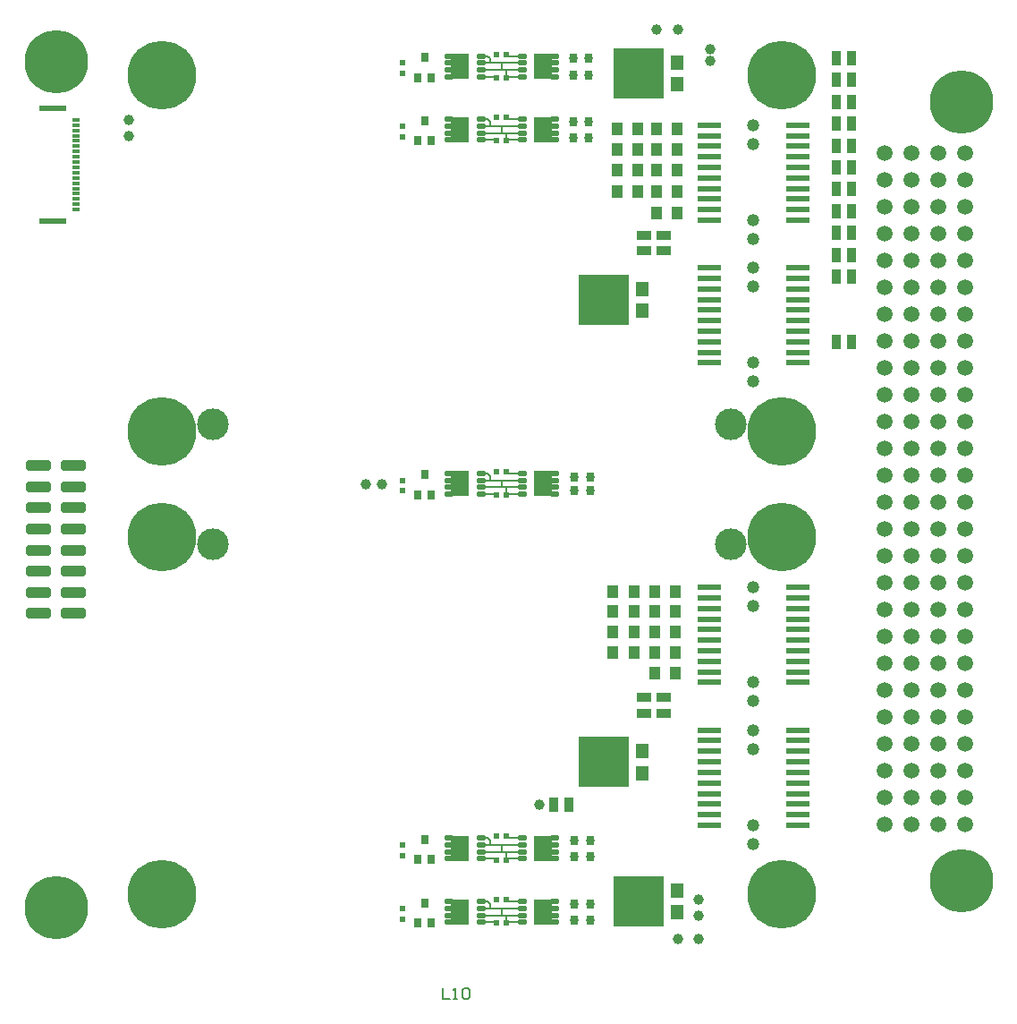
<source format=gbl>
G04 Layer_Physical_Order=10*
G04 Layer_Color=16711680*
%FSLAX44Y44*%
%MOMM*%
G71*
G01*
G75*
%ADD10R,1.4000X0.8800*%
%ADD11R,0.7000X0.9000*%
%ADD12R,0.6000X0.6000*%
%ADD13R,0.6000X0.6000*%
%ADD14R,0.8800X1.4000*%
%ADD30R,2.2600X0.6100*%
%ADD34R,1.0000X1.3000*%
%ADD36C,0.2000*%
%ADD37C,3.0000*%
%ADD38C,1.1900*%
%ADD39C,1.5000*%
%ADD40C,6.0000*%
%ADD41C,6.5000*%
%ADD42C,1.0000*%
%ADD43C,0.8000*%
%ADD44C,0.6000*%
%ADD55R,0.7000X0.3000*%
%ADD56R,2.6000X0.6000*%
G04:AMPARAMS|DCode=57|XSize=2.37mm|YSize=1mm|CornerRadius=0.25mm|HoleSize=0mm|Usage=FLASHONLY|Rotation=180.000|XOffset=0mm|YOffset=0mm|HoleType=Round|Shape=RoundedRectangle|*
%AMROUNDEDRECTD57*
21,1,2.3700,0.5000,0,0,180.0*
21,1,1.8700,1.0000,0,0,180.0*
1,1,0.5000,-0.9350,0.2500*
1,1,0.5000,0.9350,0.2500*
1,1,0.5000,0.9350,-0.2500*
1,1,0.5000,-0.9350,-0.2500*
%
%ADD57ROUNDEDRECTD57*%
G04:AMPARAMS|DCode=58|XSize=0.45mm|YSize=0.9mm|CornerRadius=0.1125mm|HoleSize=0mm|Usage=FLASHONLY|Rotation=90.000|XOffset=0mm|YOffset=0mm|HoleType=Round|Shape=RoundedRectangle|*
%AMROUNDEDRECTD58*
21,1,0.4500,0.6750,0,0,90.0*
21,1,0.2250,0.9000,0,0,90.0*
1,1,0.2250,0.3375,0.1125*
1,1,0.2250,0.3375,-0.1125*
1,1,0.2250,-0.3375,-0.1125*
1,1,0.2250,-0.3375,0.1125*
%
%ADD58ROUNDEDRECTD58*%
%ADD59R,1.7000X2.4000*%
G04:AMPARAMS|DCode=60|XSize=0.7mm|YSize=0.9mm|CornerRadius=0.035mm|HoleSize=0mm|Usage=FLASHONLY|Rotation=180.000|XOffset=0mm|YOffset=0mm|HoleType=Round|Shape=RoundedRectangle|*
%AMROUNDEDRECTD60*
21,1,0.7000,0.8300,0,0,180.0*
21,1,0.6300,0.9000,0,0,180.0*
1,1,0.0700,-0.3150,0.4150*
1,1,0.0700,0.3150,0.4150*
1,1,0.0700,0.3150,-0.4150*
1,1,0.0700,-0.3150,-0.4150*
%
%ADD60ROUNDEDRECTD60*%
%ADD61R,4.7500X4.8000*%
%ADD62R,1.2700X1.4000*%
D10*
X488000Y236000D02*
D03*
Y221000D02*
D03*
X507000Y236000D02*
D03*
Y221000D02*
D03*
X488000Y-201250D02*
D03*
Y-216250D02*
D03*
X507000Y-201250D02*
D03*
Y-216250D02*
D03*
D11*
X420750Y343250D02*
D03*
X435750D02*
D03*
X420750Y327750D02*
D03*
X435750D02*
D03*
X420750Y403250D02*
D03*
X435750D02*
D03*
X420750Y387500D02*
D03*
X435750D02*
D03*
X422000Y-411750D02*
D03*
X437000D02*
D03*
Y-396750D02*
D03*
X422000D02*
D03*
Y-336750D02*
D03*
X437000D02*
D03*
Y-351750D02*
D03*
X422000D02*
D03*
X437239Y-5500D02*
D03*
X422239D02*
D03*
X422250Y7125D02*
D03*
X437250D02*
D03*
D12*
X259500Y-6000D02*
D03*
Y4000D02*
D03*
Y398750D02*
D03*
Y388750D02*
D03*
Y-411000D02*
D03*
Y-401000D02*
D03*
Y339000D02*
D03*
Y329000D02*
D03*
Y-351000D02*
D03*
Y-341000D02*
D03*
D13*
X358000Y-10000D02*
D03*
X348000D02*
D03*
Y384750D02*
D03*
X358000D02*
D03*
Y-415000D02*
D03*
X348000D02*
D03*
Y325000D02*
D03*
X358000D02*
D03*
Y-355000D02*
D03*
X348000D02*
D03*
Y12250D02*
D03*
X358000D02*
D03*
Y407000D02*
D03*
X348000D02*
D03*
Y-392750D02*
D03*
X358000D02*
D03*
Y347250D02*
D03*
X348000D02*
D03*
Y-332750D02*
D03*
X358000D02*
D03*
D14*
X402250Y-303000D02*
D03*
X417250D02*
D03*
X669750Y341288D02*
D03*
X684750D02*
D03*
X684750Y279327D02*
D03*
X669750D02*
D03*
X684750Y258673D02*
D03*
X669750D02*
D03*
X669750Y238019D02*
D03*
X684750D02*
D03*
X669750Y299981D02*
D03*
X684750D02*
D03*
X684750Y361942D02*
D03*
X669750D02*
D03*
X684750Y403250D02*
D03*
X669750D02*
D03*
X684750Y382596D02*
D03*
X669750D02*
D03*
X669750Y320634D02*
D03*
X684750D02*
D03*
X684750Y196712D02*
D03*
X669750D02*
D03*
X669750Y217365D02*
D03*
X684750D02*
D03*
X684750Y134750D02*
D03*
X669750D02*
D03*
D30*
X633550Y-322300D02*
D03*
Y-312300D02*
D03*
Y-302300D02*
D03*
Y-292300D02*
D03*
Y-282300D02*
D03*
Y-272300D02*
D03*
Y-262300D02*
D03*
Y-252300D02*
D03*
Y-242300D02*
D03*
Y-232300D02*
D03*
X549750D02*
D03*
Y-242300D02*
D03*
Y-252300D02*
D03*
Y-262300D02*
D03*
Y-272300D02*
D03*
Y-282300D02*
D03*
Y-292300D02*
D03*
Y-302300D02*
D03*
Y-312300D02*
D03*
Y-322300D02*
D03*
X633550Y115000D02*
D03*
Y125000D02*
D03*
Y135000D02*
D03*
Y145000D02*
D03*
Y155000D02*
D03*
Y165000D02*
D03*
Y175000D02*
D03*
Y185000D02*
D03*
Y195000D02*
D03*
Y205000D02*
D03*
X549750D02*
D03*
Y195000D02*
D03*
Y185000D02*
D03*
Y175000D02*
D03*
Y165000D02*
D03*
Y155000D02*
D03*
Y145000D02*
D03*
Y135000D02*
D03*
Y125000D02*
D03*
Y115000D02*
D03*
X633550Y250000D02*
D03*
Y260000D02*
D03*
Y270000D02*
D03*
Y280000D02*
D03*
Y290000D02*
D03*
Y300000D02*
D03*
Y310000D02*
D03*
Y320000D02*
D03*
Y330000D02*
D03*
Y340000D02*
D03*
X549750D02*
D03*
Y330000D02*
D03*
Y320000D02*
D03*
Y310000D02*
D03*
Y300000D02*
D03*
Y290000D02*
D03*
Y280000D02*
D03*
Y270000D02*
D03*
Y260000D02*
D03*
Y250000D02*
D03*
Y-187300D02*
D03*
Y-177300D02*
D03*
Y-167300D02*
D03*
Y-157300D02*
D03*
Y-147300D02*
D03*
Y-137300D02*
D03*
Y-127300D02*
D03*
Y-117300D02*
D03*
Y-107300D02*
D03*
Y-97300D02*
D03*
X633550D02*
D03*
Y-107300D02*
D03*
Y-117300D02*
D03*
Y-127300D02*
D03*
Y-137300D02*
D03*
Y-147300D02*
D03*
Y-157300D02*
D03*
Y-167300D02*
D03*
Y-177300D02*
D03*
Y-187300D02*
D03*
D34*
X497750Y-120417D02*
D03*
X517750D02*
D03*
X497750Y-101250D02*
D03*
X517750D02*
D03*
X497750Y-139583D02*
D03*
X517750D02*
D03*
X497750Y-178750D02*
D03*
X517750D02*
D03*
X497750Y-158750D02*
D03*
X517750D02*
D03*
X458500Y-101250D02*
D03*
X478500D02*
D03*
X458500Y-120417D02*
D03*
X478500D02*
D03*
X458500Y-158750D02*
D03*
X478500D02*
D03*
X458500Y-139583D02*
D03*
X478500D02*
D03*
X499750Y316833D02*
D03*
X519750D02*
D03*
X462500Y297167D02*
D03*
X482500D02*
D03*
X499750Y277500D02*
D03*
X519750D02*
D03*
X499750Y336500D02*
D03*
X519750D02*
D03*
X499750Y256750D02*
D03*
X519750D02*
D03*
X499750Y297167D02*
D03*
X519750D02*
D03*
X462500Y316833D02*
D03*
X482500D02*
D03*
X462500Y277500D02*
D03*
X482500D02*
D03*
X462500Y336500D02*
D03*
X482500D02*
D03*
D36*
X358000Y384750D02*
Y391875D01*
X342000Y398750D02*
Y403000D01*
X339750Y405250D02*
X342000Y403000D01*
X333750Y405250D02*
X339750D01*
X333750Y385750D02*
X347000D01*
X359750Y405250D02*
X372500D01*
X353000Y398750D02*
X372500D01*
X353000Y392250D02*
Y398750D01*
X333750D02*
X353000D01*
X333750Y392250D02*
X353000D01*
X372500D01*
X359000Y385750D02*
X372500D01*
X358000Y384750D02*
X359000Y385750D01*
X358000Y325000D02*
Y332125D01*
X342000Y339000D02*
Y343250D01*
X339750Y345500D02*
X342000Y343250D01*
X333750Y345500D02*
X339750D01*
X333750Y326000D02*
X347000D01*
X359750Y345500D02*
X372500D01*
X353000Y332500D02*
X372500D01*
X353000D02*
Y339000D01*
X372500D01*
X333750D02*
X353000D01*
X333750Y332500D02*
X353000D01*
X359000Y326000D02*
X372500D01*
X358000Y325000D02*
X359000Y326000D01*
X358000Y-10000D02*
Y-2875D01*
X342000Y4000D02*
Y8250D01*
X339750Y10500D02*
X342000Y8250D01*
X333750Y10500D02*
X339750D01*
X333750Y-9000D02*
X347000D01*
X359750Y10500D02*
X372500D01*
X353000Y4000D02*
X372500D01*
X353000Y-2500D02*
Y4000D01*
X333750D02*
X353000D01*
X333750Y-2500D02*
X353000D01*
X372500D01*
X359000Y-9000D02*
X372500D01*
X358000Y-10000D02*
X359000Y-9000D01*
X358000Y-355000D02*
Y-347875D01*
X342000Y-341000D02*
Y-336750D01*
X339750Y-334500D02*
X342000Y-336750D01*
X333750Y-334500D02*
X339750D01*
X333750Y-354000D02*
X347000D01*
X359750Y-334500D02*
X372500D01*
X353000Y-347500D02*
X372500D01*
X353000D02*
Y-341000D01*
X372500D01*
X333750D02*
X353000D01*
X333750Y-347500D02*
X353000D01*
X359000Y-354000D02*
X372500D01*
X358000Y-355000D02*
X359000Y-354000D01*
X333750Y-414000D02*
X347000D01*
X359750Y-394500D02*
X372500D01*
X358000Y-415000D02*
Y-407875D01*
Y-415000D02*
X359000Y-414000D01*
X339750Y-394500D02*
X342000Y-396750D01*
Y-401000D02*
Y-396750D01*
X333750Y-401000D02*
X353000D01*
X333750Y-394500D02*
X339750D01*
X333750Y-407500D02*
X353000D01*
Y-401000D02*
X372500D01*
X353000Y-407500D02*
Y-401000D01*
Y-407500D02*
X372500D01*
X359000Y-414000D02*
X372500D01*
X297500Y-476253D02*
Y-486250D01*
X304164D01*
X307497D02*
X310829D01*
X309163D01*
Y-476253D01*
X307497Y-477919D01*
X315827D02*
X317493Y-476253D01*
X320826D01*
X322492Y-477919D01*
Y-484584D01*
X320826Y-486250D01*
X317493D01*
X315827Y-484584D01*
Y-477919D01*
D37*
X80000Y-56650D02*
D03*
X570000D02*
D03*
X80000Y56650D02*
D03*
X570000D02*
D03*
D38*
X591650Y-340000D02*
D03*
Y-250000D02*
D03*
Y205000D02*
D03*
Y115000D02*
D03*
Y-232300D02*
D03*
Y-322300D02*
D03*
Y97300D02*
D03*
Y187300D02*
D03*
Y232300D02*
D03*
Y322300D02*
D03*
Y-205000D02*
D03*
Y-115000D02*
D03*
Y340000D02*
D03*
Y250000D02*
D03*
Y-187300D02*
D03*
Y-97300D02*
D03*
D39*
X766710Y313440D02*
D03*
X792110D02*
D03*
X766710Y288040D02*
D03*
X792110D02*
D03*
X766710Y262640D02*
D03*
X792110D02*
D03*
X766710Y237240D02*
D03*
X792110D02*
D03*
X766710Y211840D02*
D03*
X792110D02*
D03*
X766710Y186440D02*
D03*
X792110D02*
D03*
X766710Y161040D02*
D03*
X792110D02*
D03*
X766710Y135640D02*
D03*
X792110D02*
D03*
X766710Y110240D02*
D03*
X792110D02*
D03*
X766710Y84840D02*
D03*
X792110D02*
D03*
X766710Y59440D02*
D03*
X792110D02*
D03*
X766710Y34040D02*
D03*
X792110D02*
D03*
X766710Y8640D02*
D03*
X792110D02*
D03*
X766710Y-16760D02*
D03*
X792110D02*
D03*
X766710Y-42160D02*
D03*
X792110D02*
D03*
X766710Y-67560D02*
D03*
X792110D02*
D03*
X766710Y-92960D02*
D03*
X792110D02*
D03*
X766710Y-118360D02*
D03*
X792110D02*
D03*
X766710Y-143760D02*
D03*
X792110D02*
D03*
X766710Y-169160D02*
D03*
X792110D02*
D03*
X766710Y-194560D02*
D03*
X792110D02*
D03*
X766710Y-219960D02*
D03*
X792110D02*
D03*
X766710Y-245360D02*
D03*
X792110D02*
D03*
X766710Y-270760D02*
D03*
X792110D02*
D03*
X766710Y-296160D02*
D03*
X792110D02*
D03*
X766710Y-321560D02*
D03*
X792110D02*
D03*
X741310D02*
D03*
X715910D02*
D03*
X741310Y-296160D02*
D03*
X715910D02*
D03*
X741310Y-270760D02*
D03*
X715910D02*
D03*
X741310Y-245360D02*
D03*
X715910D02*
D03*
X741310Y-219960D02*
D03*
X715910D02*
D03*
X741310Y-194560D02*
D03*
X715910D02*
D03*
X741310Y-169160D02*
D03*
X715910D02*
D03*
X741310Y-143760D02*
D03*
X715910D02*
D03*
X741310Y-118360D02*
D03*
X715910D02*
D03*
X741310Y-92960D02*
D03*
X715910D02*
D03*
X741310Y-67560D02*
D03*
X715910D02*
D03*
X741310Y-42160D02*
D03*
X715910D02*
D03*
X741310Y-16760D02*
D03*
X715910D02*
D03*
X741310Y8640D02*
D03*
X715910D02*
D03*
X741310Y34040D02*
D03*
X715910D02*
D03*
X741310Y59440D02*
D03*
X715910D02*
D03*
X741310Y84840D02*
D03*
X715910D02*
D03*
X741310Y110240D02*
D03*
X715910D02*
D03*
X741310Y135640D02*
D03*
X715910D02*
D03*
X741310Y161040D02*
D03*
X715910D02*
D03*
X741310Y186440D02*
D03*
X715910D02*
D03*
X741310Y211840D02*
D03*
X715910D02*
D03*
X741310Y237240D02*
D03*
X715910D02*
D03*
X741310Y262640D02*
D03*
X715910D02*
D03*
X741310Y288040D02*
D03*
X715910D02*
D03*
X741310Y313440D02*
D03*
X715910D02*
D03*
D40*
X-68650Y-400000D02*
D03*
Y400100D02*
D03*
X788650Y-374600D02*
D03*
Y362000D02*
D03*
D41*
X31350Y-387300D02*
D03*
Y-50000D02*
D03*
Y50000D02*
D03*
Y387300D02*
D03*
X618650Y-50000D02*
D03*
Y50000D02*
D03*
Y387300D02*
D03*
Y-387300D02*
D03*
D42*
X540000Y-392500D02*
D03*
Y-407750D02*
D03*
X550750Y400500D02*
D03*
Y411750D02*
D03*
X388750Y-303000D02*
D03*
X0Y330000D02*
D03*
Y345000D02*
D03*
X520000Y430000D02*
D03*
X500000D02*
D03*
X540000Y-430000D02*
D03*
X520000D02*
D03*
X225000Y0D02*
D03*
X240000D02*
D03*
D43*
X314000Y399750D02*
D03*
Y389750D02*
D03*
X392250Y399750D02*
D03*
Y389750D02*
D03*
X314000Y340000D02*
D03*
Y330000D02*
D03*
X392250Y340000D02*
D03*
Y330000D02*
D03*
X314000Y5000D02*
D03*
Y-5000D02*
D03*
X392250Y5000D02*
D03*
Y-5000D02*
D03*
X314000Y-340000D02*
D03*
Y-350000D02*
D03*
X392250Y-340000D02*
D03*
Y-350000D02*
D03*
X435750Y343250D02*
D03*
Y327750D02*
D03*
X420750D02*
D03*
Y343250D02*
D03*
Y403250D02*
D03*
Y387500D02*
D03*
X435750D02*
D03*
Y403250D02*
D03*
X422000Y-336750D02*
D03*
X437000D02*
D03*
X507000Y221000D02*
D03*
Y236000D02*
D03*
X488000D02*
D03*
Y221000D02*
D03*
X402250Y-303000D02*
D03*
X417250Y-303000D02*
D03*
X437000Y-396750D02*
D03*
Y-411750D02*
D03*
X422000D02*
D03*
Y-396750D02*
D03*
Y-351750D02*
D03*
X437000D02*
D03*
X486500Y185150D02*
D03*
Y164350D02*
D03*
X519500Y378600D02*
D03*
Y399400D02*
D03*
X483500Y399000D02*
D03*
X483500Y379000D02*
D03*
X450500Y184750D02*
D03*
X450500Y164750D02*
D03*
X392250Y-410000D02*
D03*
Y-400000D02*
D03*
X314000Y-410000D02*
D03*
Y-400000D02*
D03*
X422250Y7125D02*
D03*
X422239Y-5500D02*
D03*
X437239D02*
D03*
X437250Y7125D02*
D03*
X483500Y-404500D02*
D03*
X450500Y-272500D02*
D03*
X487000Y-252100D02*
D03*
Y-272900D02*
D03*
X520000Y-404900D02*
D03*
Y-384100D02*
D03*
X450500Y-252500D02*
D03*
X483500Y-384500D02*
D03*
X488000Y-216250D02*
D03*
X507000D02*
D03*
Y-201250D02*
D03*
X488000D02*
D03*
X-85500Y-2020D02*
D03*
Y17980D02*
D03*
X-51800D02*
D03*
Y-2020D02*
D03*
Y-22020D02*
D03*
X-85500D02*
D03*
Y-42020D02*
D03*
X-51800D02*
D03*
Y-62020D02*
D03*
X-85500D02*
D03*
Y-82020D02*
D03*
X-51800D02*
D03*
Y-122020D02*
D03*
Y-102020D02*
D03*
X-85500D02*
D03*
Y-122020D02*
D03*
X684750Y403250D02*
D03*
X669750Y382596D02*
D03*
Y403250D02*
D03*
X684750Y361942D02*
D03*
X669750D02*
D03*
X669750Y341288D02*
D03*
X684750D02*
D03*
Y320634D02*
D03*
X669750D02*
D03*
Y299981D02*
D03*
X684750D02*
D03*
X684750Y279327D02*
D03*
X669750D02*
D03*
Y258673D02*
D03*
X684750D02*
D03*
X684750Y238019D02*
D03*
X669750D02*
D03*
Y217365D02*
D03*
X684750D02*
D03*
X684750Y196712D02*
D03*
X669750D02*
D03*
Y134750D02*
D03*
X684750D02*
D03*
Y382596D02*
D03*
D44*
X273750Y385000D02*
D03*
X259500Y388750D02*
D03*
X286750Y385000D02*
D03*
X259500Y398750D02*
D03*
X358000Y384750D02*
D03*
X348000Y407000D02*
D03*
X280250Y404000D02*
D03*
X358000Y407000D02*
D03*
X348000Y384750D02*
D03*
X273750Y325250D02*
D03*
X259500Y329000D02*
D03*
X286750Y325250D02*
D03*
X259500Y339000D02*
D03*
X358000Y325000D02*
D03*
X348000Y347250D02*
D03*
X280250Y344250D02*
D03*
X358000Y347250D02*
D03*
X348000Y325000D02*
D03*
X273750Y-9750D02*
D03*
X259500Y-6000D02*
D03*
X286750Y-9750D02*
D03*
X259500Y4000D02*
D03*
X358000Y-10000D02*
D03*
X348000Y12250D02*
D03*
X280250Y9250D02*
D03*
X358000Y12250D02*
D03*
X348000Y-10000D02*
D03*
X273750Y-354750D02*
D03*
X259500Y-351000D02*
D03*
X286750Y-354750D02*
D03*
X259500Y-341000D02*
D03*
X358000Y-355000D02*
D03*
X348000Y-332750D02*
D03*
X280250Y-335750D02*
D03*
X358000Y-332750D02*
D03*
X348000Y-355000D02*
D03*
X280250Y-395750D02*
D03*
X259500Y-401000D02*
D03*
Y-411000D02*
D03*
X273750Y-414750D02*
D03*
X286750D02*
D03*
X358000Y-415000D02*
D03*
X348000D02*
D03*
Y-392750D02*
D03*
X358000D02*
D03*
X633550Y340000D02*
D03*
Y330000D02*
D03*
Y320000D02*
D03*
Y310000D02*
D03*
Y300000D02*
D03*
Y290000D02*
D03*
Y280000D02*
D03*
Y270000D02*
D03*
Y260000D02*
D03*
Y250000D02*
D03*
X549750D02*
D03*
Y260000D02*
D03*
Y270000D02*
D03*
Y280000D02*
D03*
Y290000D02*
D03*
Y300000D02*
D03*
Y310000D02*
D03*
Y320000D02*
D03*
Y330000D02*
D03*
Y340000D02*
D03*
X633550Y205000D02*
D03*
Y195000D02*
D03*
Y185000D02*
D03*
Y175000D02*
D03*
Y165000D02*
D03*
Y155000D02*
D03*
Y145000D02*
D03*
Y135000D02*
D03*
Y125000D02*
D03*
Y115000D02*
D03*
X549750D02*
D03*
Y125000D02*
D03*
Y135000D02*
D03*
Y145000D02*
D03*
Y155000D02*
D03*
Y165000D02*
D03*
Y175000D02*
D03*
Y185000D02*
D03*
Y195000D02*
D03*
Y205000D02*
D03*
X633550Y-97300D02*
D03*
Y-107300D02*
D03*
Y-117300D02*
D03*
Y-127300D02*
D03*
Y-137300D02*
D03*
Y-147300D02*
D03*
Y-157300D02*
D03*
Y-167300D02*
D03*
Y-177300D02*
D03*
Y-187300D02*
D03*
X549750D02*
D03*
Y-177300D02*
D03*
Y-167300D02*
D03*
Y-157300D02*
D03*
Y-147300D02*
D03*
Y-137300D02*
D03*
Y-127300D02*
D03*
Y-117300D02*
D03*
Y-107300D02*
D03*
Y-97300D02*
D03*
Y-232300D02*
D03*
Y-242300D02*
D03*
Y-252300D02*
D03*
Y-262300D02*
D03*
Y-272300D02*
D03*
Y-282300D02*
D03*
Y-292300D02*
D03*
Y-302300D02*
D03*
Y-312300D02*
D03*
Y-322300D02*
D03*
X633550D02*
D03*
Y-312300D02*
D03*
Y-302300D02*
D03*
Y-292300D02*
D03*
Y-282300D02*
D03*
Y-272300D02*
D03*
Y-262300D02*
D03*
Y-252300D02*
D03*
Y-242300D02*
D03*
Y-232300D02*
D03*
X517750Y-178750D02*
D03*
Y-158750D02*
D03*
Y-139583D02*
D03*
Y-120417D02*
D03*
Y-101250D02*
D03*
X497750D02*
D03*
Y-120417D02*
D03*
Y-139583D02*
D03*
Y-158750D02*
D03*
Y-178750D02*
D03*
X478500Y-158750D02*
D03*
Y-139583D02*
D03*
Y-120417D02*
D03*
Y-101250D02*
D03*
X458500D02*
D03*
Y-120417D02*
D03*
Y-139583D02*
D03*
Y-158750D02*
D03*
X519750Y256750D02*
D03*
Y277500D02*
D03*
Y297167D02*
D03*
Y316833D02*
D03*
Y336500D02*
D03*
X499750D02*
D03*
Y316833D02*
D03*
Y297167D02*
D03*
Y277500D02*
D03*
Y256750D02*
D03*
X482500Y277500D02*
D03*
Y297167D02*
D03*
X482750Y319500D02*
D03*
X482500Y336500D02*
D03*
X462500D02*
D03*
Y316833D02*
D03*
Y297167D02*
D03*
Y277500D02*
D03*
D55*
X-50000Y305000D02*
D03*
Y300000D02*
D03*
Y295000D02*
D03*
Y290000D02*
D03*
Y285000D02*
D03*
Y280000D02*
D03*
Y275000D02*
D03*
Y270000D02*
D03*
Y265000D02*
D03*
Y260000D02*
D03*
Y310000D02*
D03*
Y315000D02*
D03*
Y320000D02*
D03*
Y325000D02*
D03*
Y330000D02*
D03*
Y335000D02*
D03*
Y340000D02*
D03*
Y345000D02*
D03*
D56*
X-72000Y356000D02*
D03*
Y249000D02*
D03*
D57*
X-51800Y17980D02*
D03*
X-85500D02*
D03*
Y-2020D02*
D03*
X-51800D02*
D03*
X-85500Y-22020D02*
D03*
X-51800D02*
D03*
X-85500Y-42020D02*
D03*
X-51800D02*
D03*
X-85500Y-62020D02*
D03*
X-51800D02*
D03*
X-85500Y-82020D02*
D03*
X-51800D02*
D03*
X-85500Y-102020D02*
D03*
X-51800D02*
D03*
X-85500Y-122020D02*
D03*
X-51800D02*
D03*
D58*
X333750Y10500D02*
D03*
Y4000D02*
D03*
Y-2500D02*
D03*
Y-9000D02*
D03*
X303250D02*
D03*
Y-2500D02*
D03*
Y4000D02*
D03*
Y10500D02*
D03*
Y405250D02*
D03*
Y398750D02*
D03*
Y392250D02*
D03*
Y385750D02*
D03*
X333750D02*
D03*
Y392250D02*
D03*
Y398750D02*
D03*
Y405250D02*
D03*
Y-394500D02*
D03*
Y-401000D02*
D03*
Y-407500D02*
D03*
Y-414000D02*
D03*
X303250D02*
D03*
Y-407500D02*
D03*
Y-401000D02*
D03*
Y-394500D02*
D03*
Y345500D02*
D03*
Y339000D02*
D03*
Y332500D02*
D03*
Y326000D02*
D03*
X333750D02*
D03*
Y332500D02*
D03*
Y339000D02*
D03*
Y345500D02*
D03*
Y-334500D02*
D03*
Y-341000D02*
D03*
Y-347500D02*
D03*
Y-354000D02*
D03*
X303250D02*
D03*
Y-347500D02*
D03*
Y-341000D02*
D03*
Y-334500D02*
D03*
X403000Y-9000D02*
D03*
Y-2500D02*
D03*
Y4000D02*
D03*
Y10500D02*
D03*
X372500D02*
D03*
Y4000D02*
D03*
Y-2500D02*
D03*
Y-9000D02*
D03*
Y385750D02*
D03*
Y392250D02*
D03*
Y398750D02*
D03*
Y405250D02*
D03*
X403000D02*
D03*
Y398750D02*
D03*
Y392250D02*
D03*
Y385750D02*
D03*
Y-414000D02*
D03*
Y-407500D02*
D03*
Y-401000D02*
D03*
Y-394500D02*
D03*
X372500D02*
D03*
Y-401000D02*
D03*
Y-407500D02*
D03*
Y-414000D02*
D03*
Y326000D02*
D03*
Y332500D02*
D03*
Y339000D02*
D03*
Y345500D02*
D03*
X403000D02*
D03*
Y339000D02*
D03*
Y332500D02*
D03*
Y326000D02*
D03*
Y-354000D02*
D03*
Y-347500D02*
D03*
Y-341000D02*
D03*
Y-334500D02*
D03*
X372500D02*
D03*
Y-341000D02*
D03*
Y-347500D02*
D03*
Y-354000D02*
D03*
D59*
X314000Y750D02*
D03*
Y395500D02*
D03*
Y-404250D02*
D03*
Y335750D02*
D03*
Y-344250D02*
D03*
X392250Y750D02*
D03*
Y395500D02*
D03*
Y-404250D02*
D03*
Y335750D02*
D03*
Y-344250D02*
D03*
D60*
X286750Y385000D02*
D03*
X273750D02*
D03*
X280250Y404000D02*
D03*
X286750Y325250D02*
D03*
X273750D02*
D03*
X280250Y344250D02*
D03*
X286750Y-9750D02*
D03*
X273750D02*
D03*
X280250Y9250D02*
D03*
X286750Y-354750D02*
D03*
X273750D02*
D03*
X280250Y-335750D02*
D03*
X286750Y-414750D02*
D03*
X273750D02*
D03*
X280250Y-395750D02*
D03*
D61*
X450000Y174750D02*
D03*
Y-262500D02*
D03*
X483000Y389000D02*
D03*
Y-394500D02*
D03*
D62*
X486500Y185150D02*
D03*
Y164350D02*
D03*
Y-252100D02*
D03*
Y-272900D02*
D03*
X519500Y399400D02*
D03*
Y378600D02*
D03*
Y-384100D02*
D03*
Y-404900D02*
D03*
M02*

</source>
